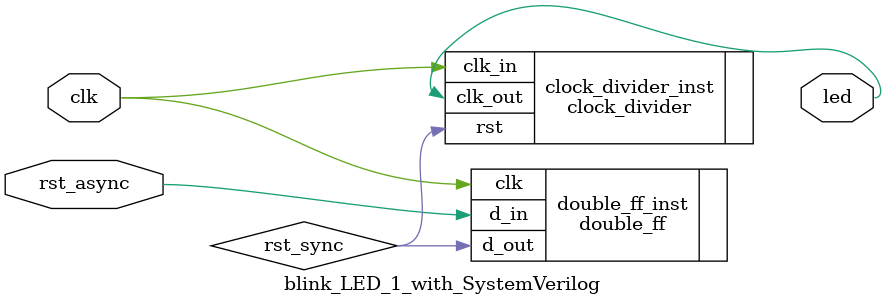
<source format=sv>
`default_nettype none

module blink_LED_1_with_SystemVerilog (
    input wire clk,
    input wire rst_async,
    output wire led
);

localparam CLK_FREQ = 50e6; /* 50 MHz */
logic rst_sync;

double_ff double_ff_inst (
    .clk(clk),
    .d_in(rst_async),
    .d_out(rst_sync)
);

clock_divider #(
    .RATE(CLK_FREQ / 2) /* 2 Hz */
) clock_divider_inst (
    .clk_in(clk),
    .rst(rst_sync),
    .clk_out(led)
);

endmodule

`default_nettype wire

</source>
